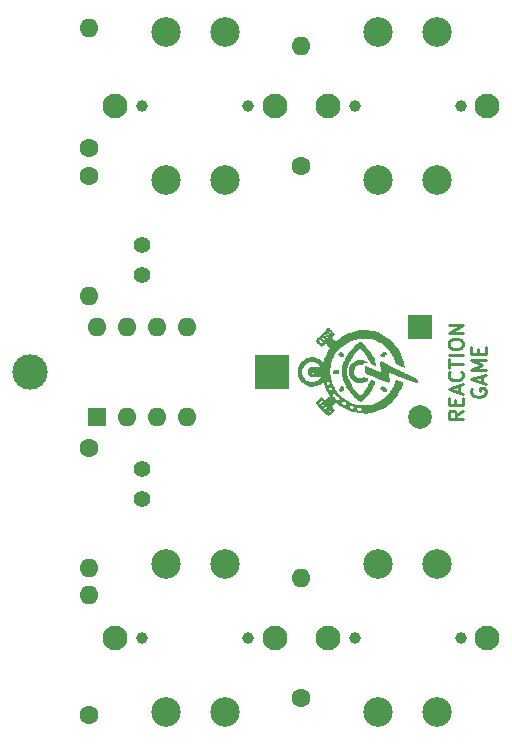
<source format=gbr>
%TF.GenerationSoftware,KiCad,Pcbnew,8.0.6-8.0.6-0~ubuntu20.04.1*%
%TF.CreationDate,2024-11-17T18:25:06+01:00*%
%TF.ProjectId,reaktor51_game,7265616b-746f-4723-9531-5f67616d652e,1*%
%TF.SameCoordinates,Original*%
%TF.FileFunction,Soldermask,Top*%
%TF.FilePolarity,Negative*%
%FSLAX46Y46*%
G04 Gerber Fmt 4.6, Leading zero omitted, Abs format (unit mm)*
G04 Created by KiCad (PCBNEW 8.0.6-8.0.6-0~ubuntu20.04.1) date 2024-11-17 18:25:06*
%MOMM*%
%LPD*%
G01*
G04 APERTURE LIST*
%ADD10C,0.220000*%
%ADD11C,0.000000*%
%ADD12C,1.600000*%
%ADD13O,1.600000X1.600000*%
%ADD14R,1.600000X1.600000*%
%ADD15C,1.400000*%
%ADD16R,3.000000X3.000000*%
%ADD17C,3.000000*%
%ADD18C,1.000000*%
%ADD19C,2.500000*%
%ADD20C,2.100000*%
%ADD21R,2.000000X2.000000*%
%ADD22C,2.000000*%
G04 APERTURE END LIST*
D10*
X168659769Y-100785714D02*
X168088341Y-101185714D01*
X168659769Y-101471428D02*
X167459769Y-101471428D01*
X167459769Y-101471428D02*
X167459769Y-101014285D01*
X167459769Y-101014285D02*
X167516912Y-100900000D01*
X167516912Y-100900000D02*
X167574055Y-100842857D01*
X167574055Y-100842857D02*
X167688341Y-100785714D01*
X167688341Y-100785714D02*
X167859769Y-100785714D01*
X167859769Y-100785714D02*
X167974055Y-100842857D01*
X167974055Y-100842857D02*
X168031198Y-100900000D01*
X168031198Y-100900000D02*
X168088341Y-101014285D01*
X168088341Y-101014285D02*
X168088341Y-101471428D01*
X168031198Y-100271428D02*
X168031198Y-99871428D01*
X168659769Y-99700000D02*
X168659769Y-100271428D01*
X168659769Y-100271428D02*
X167459769Y-100271428D01*
X167459769Y-100271428D02*
X167459769Y-99700000D01*
X168316912Y-99242857D02*
X168316912Y-98671429D01*
X168659769Y-99357143D02*
X167459769Y-98957143D01*
X167459769Y-98957143D02*
X168659769Y-98557143D01*
X168545484Y-97471429D02*
X168602627Y-97528572D01*
X168602627Y-97528572D02*
X168659769Y-97700000D01*
X168659769Y-97700000D02*
X168659769Y-97814286D01*
X168659769Y-97814286D02*
X168602627Y-97985715D01*
X168602627Y-97985715D02*
X168488341Y-98100000D01*
X168488341Y-98100000D02*
X168374055Y-98157143D01*
X168374055Y-98157143D02*
X168145484Y-98214286D01*
X168145484Y-98214286D02*
X167974055Y-98214286D01*
X167974055Y-98214286D02*
X167745484Y-98157143D01*
X167745484Y-98157143D02*
X167631198Y-98100000D01*
X167631198Y-98100000D02*
X167516912Y-97985715D01*
X167516912Y-97985715D02*
X167459769Y-97814286D01*
X167459769Y-97814286D02*
X167459769Y-97700000D01*
X167459769Y-97700000D02*
X167516912Y-97528572D01*
X167516912Y-97528572D02*
X167574055Y-97471429D01*
X167459769Y-97128572D02*
X167459769Y-96442858D01*
X168659769Y-96785715D02*
X167459769Y-96785715D01*
X168659769Y-96042857D02*
X167459769Y-96042857D01*
X167459769Y-95242857D02*
X167459769Y-95014285D01*
X167459769Y-95014285D02*
X167516912Y-94900000D01*
X167516912Y-94900000D02*
X167631198Y-94785714D01*
X167631198Y-94785714D02*
X167859769Y-94728571D01*
X167859769Y-94728571D02*
X168259769Y-94728571D01*
X168259769Y-94728571D02*
X168488341Y-94785714D01*
X168488341Y-94785714D02*
X168602627Y-94900000D01*
X168602627Y-94900000D02*
X168659769Y-95014285D01*
X168659769Y-95014285D02*
X168659769Y-95242857D01*
X168659769Y-95242857D02*
X168602627Y-95357143D01*
X168602627Y-95357143D02*
X168488341Y-95471428D01*
X168488341Y-95471428D02*
X168259769Y-95528571D01*
X168259769Y-95528571D02*
X167859769Y-95528571D01*
X167859769Y-95528571D02*
X167631198Y-95471428D01*
X167631198Y-95471428D02*
X167516912Y-95357143D01*
X167516912Y-95357143D02*
X167459769Y-95242857D01*
X168659769Y-94214285D02*
X167459769Y-94214285D01*
X167459769Y-94214285D02*
X168659769Y-93528571D01*
X168659769Y-93528571D02*
X167459769Y-93528571D01*
X169448845Y-98928571D02*
X169391702Y-99042857D01*
X169391702Y-99042857D02*
X169391702Y-99214285D01*
X169391702Y-99214285D02*
X169448845Y-99385714D01*
X169448845Y-99385714D02*
X169563131Y-99499999D01*
X169563131Y-99499999D02*
X169677417Y-99557142D01*
X169677417Y-99557142D02*
X169905988Y-99614285D01*
X169905988Y-99614285D02*
X170077417Y-99614285D01*
X170077417Y-99614285D02*
X170305988Y-99557142D01*
X170305988Y-99557142D02*
X170420274Y-99499999D01*
X170420274Y-99499999D02*
X170534560Y-99385714D01*
X170534560Y-99385714D02*
X170591702Y-99214285D01*
X170591702Y-99214285D02*
X170591702Y-99099999D01*
X170591702Y-99099999D02*
X170534560Y-98928571D01*
X170534560Y-98928571D02*
X170477417Y-98871428D01*
X170477417Y-98871428D02*
X170077417Y-98871428D01*
X170077417Y-98871428D02*
X170077417Y-99099999D01*
X170248845Y-98414285D02*
X170248845Y-97842857D01*
X170591702Y-98528571D02*
X169391702Y-98128571D01*
X169391702Y-98128571D02*
X170591702Y-97728571D01*
X170591702Y-97328571D02*
X169391702Y-97328571D01*
X169391702Y-97328571D02*
X170248845Y-96928571D01*
X170248845Y-96928571D02*
X169391702Y-96528571D01*
X169391702Y-96528571D02*
X170591702Y-96528571D01*
X169963131Y-95957142D02*
X169963131Y-95557142D01*
X170591702Y-95385714D02*
X170591702Y-95957142D01*
X170591702Y-95957142D02*
X169391702Y-95957142D01*
X169391702Y-95957142D02*
X169391702Y-95385714D01*
D11*
%TO.C,G\u002A\u002A\u002A*%
G36*
X161823540Y-96593737D02*
G01*
X161856649Y-96607357D01*
X161909384Y-96635053D01*
X161973751Y-96672438D01*
X162025260Y-96704458D01*
X162078677Y-96737523D01*
X162141552Y-96774181D01*
X162216225Y-96815638D01*
X162305042Y-96863100D01*
X162410345Y-96917773D01*
X162534476Y-96980860D01*
X162679779Y-97053569D01*
X162848598Y-97137103D01*
X163043274Y-97232669D01*
X163216089Y-97317074D01*
X163330895Y-97373154D01*
X163437630Y-97425491D01*
X163532179Y-97472052D01*
X163610427Y-97510803D01*
X163668258Y-97539711D01*
X163701556Y-97556742D01*
X163706148Y-97559232D01*
X163740374Y-97577407D01*
X163798938Y-97607268D01*
X163876257Y-97646066D01*
X163966745Y-97691051D01*
X164064815Y-97739473D01*
X164164885Y-97788584D01*
X164261367Y-97835632D01*
X164348677Y-97877870D01*
X164421230Y-97912546D01*
X164471607Y-97936075D01*
X164589874Y-97993264D01*
X164691795Y-98048910D01*
X164773567Y-98100617D01*
X164831388Y-98145994D01*
X164860625Y-98180967D01*
X164884650Y-98252890D01*
X164877028Y-98315021D01*
X164837682Y-98367928D01*
X164834500Y-98370662D01*
X164794882Y-98398170D01*
X164754221Y-98410431D01*
X164704452Y-98407531D01*
X164637511Y-98389556D01*
X164590433Y-98373269D01*
X164538130Y-98354400D01*
X164462048Y-98326992D01*
X164369679Y-98293740D01*
X164268510Y-98257340D01*
X164179594Y-98225365D01*
X164073111Y-98186910D01*
X163965425Y-98147717D01*
X163865112Y-98110929D01*
X163780747Y-98079688D01*
X163731066Y-98061015D01*
X163643086Y-98027952D01*
X163545268Y-97991792D01*
X163456104Y-97959359D01*
X163440353Y-97953712D01*
X163368429Y-97927871D01*
X163277057Y-97894839D01*
X163177982Y-97858871D01*
X163083192Y-97824310D01*
X162913233Y-97762562D01*
X162764553Y-97709331D01*
X162638783Y-97665175D01*
X162537558Y-97630652D01*
X162462511Y-97606317D01*
X162415277Y-97592730D01*
X162397557Y-97590365D01*
X162397795Y-97608386D01*
X162403090Y-97653868D01*
X162412696Y-97721559D01*
X162425870Y-97806207D01*
X162441776Y-97902035D01*
X162458360Y-98001537D01*
X162472740Y-98092346D01*
X162484005Y-98168344D01*
X162491246Y-98223411D01*
X162493570Y-98250426D01*
X162481465Y-98296902D01*
X162451289Y-98343814D01*
X162411933Y-98380664D01*
X162372288Y-98396956D01*
X162369373Y-98397057D01*
X162329528Y-98390042D01*
X162260684Y-98369274D01*
X162163895Y-98335164D01*
X162040214Y-98288125D01*
X161890695Y-98228571D01*
X161716392Y-98156913D01*
X161518359Y-98073565D01*
X161297649Y-97978939D01*
X161256906Y-97961309D01*
X161185669Y-97931490D01*
X161112660Y-97902591D01*
X161057560Y-97882253D01*
X160996736Y-97859814D01*
X160920050Y-97829479D01*
X160833538Y-97793867D01*
X160743238Y-97755595D01*
X160655184Y-97717281D01*
X160575413Y-97681541D01*
X160509962Y-97650994D01*
X160464867Y-97628255D01*
X160448184Y-97618023D01*
X160430952Y-97589695D01*
X160412527Y-97536076D01*
X160394379Y-97464989D01*
X160377980Y-97384261D01*
X160364800Y-97301715D01*
X160356310Y-97225178D01*
X160353981Y-97162475D01*
X160356718Y-97131461D01*
X160378995Y-97070950D01*
X160416968Y-97021133D01*
X160462812Y-96990565D01*
X160490661Y-96985023D01*
X160518468Y-96992287D01*
X160570253Y-97012476D01*
X160640515Y-97043192D01*
X160723755Y-97082031D01*
X160811238Y-97124968D01*
X160965014Y-97201744D01*
X161095440Y-97265818D01*
X161201313Y-97316620D01*
X161281426Y-97353583D01*
X161334577Y-97376137D01*
X161359490Y-97383715D01*
X161380445Y-97389650D01*
X161424967Y-97405693D01*
X161485941Y-97429198D01*
X161538260Y-97450164D01*
X161607341Y-97477586D01*
X161665763Y-97499503D01*
X161706237Y-97513256D01*
X161720375Y-97516612D01*
X161729618Y-97505239D01*
X161732187Y-97468817D01*
X161728251Y-97403892D01*
X161726765Y-97387868D01*
X161710589Y-97219569D01*
X161697470Y-97081167D01*
X161687208Y-96969496D01*
X161679601Y-96881390D01*
X161674448Y-96813681D01*
X161671548Y-96763203D01*
X161670700Y-96726789D01*
X161671702Y-96701273D01*
X161674355Y-96683488D01*
X161678456Y-96670267D01*
X161680839Y-96664700D01*
X161719235Y-96615824D01*
X161773772Y-96591788D01*
X161823540Y-96593737D01*
G37*
G36*
X157328804Y-93785776D02*
G01*
X157378750Y-93808056D01*
X157405369Y-93829247D01*
X157450640Y-93868907D01*
X157509384Y-93922354D01*
X157576423Y-93984904D01*
X157618242Y-94024633D01*
X157701078Y-94104613D01*
X157760709Y-94166727D01*
X157797961Y-94216053D01*
X157813662Y-94257668D01*
X157808638Y-94296648D01*
X157783716Y-94338070D01*
X157739721Y-94387012D01*
X157685920Y-94440299D01*
X157557474Y-94565867D01*
X157637721Y-94641665D01*
X157688442Y-94691358D01*
X157749480Y-94753730D01*
X157809024Y-94816677D01*
X157818718Y-94827185D01*
X157919468Y-94936907D01*
X157958603Y-94879794D01*
X158000166Y-94833308D01*
X158067603Y-94775202D01*
X158156805Y-94708169D01*
X158263665Y-94634900D01*
X158384072Y-94558090D01*
X158513920Y-94480431D01*
X158649098Y-94404617D01*
X158785498Y-94333340D01*
X158813865Y-94319224D01*
X159080809Y-94198244D01*
X159338844Y-94104262D01*
X159595643Y-94035487D01*
X159858882Y-93990128D01*
X160136234Y-93966393D01*
X160345683Y-93961686D01*
X160640605Y-93973560D01*
X160922838Y-94009781D01*
X161195635Y-94071526D01*
X161462249Y-94159974D01*
X161725934Y-94276304D01*
X161989943Y-94421693D01*
X162257529Y-94597320D01*
X162410399Y-94709506D01*
X162653682Y-94915279D01*
X162875807Y-95146260D01*
X163076131Y-95401523D01*
X163254011Y-95680142D01*
X163408805Y-95981191D01*
X163539870Y-96303745D01*
X163563051Y-96370373D01*
X163605352Y-96502614D01*
X163644321Y-96638324D01*
X163678500Y-96771250D01*
X163706431Y-96895137D01*
X163726657Y-97003734D01*
X163737721Y-97090785D01*
X163739372Y-97126881D01*
X163739372Y-97197722D01*
X163369751Y-97010538D01*
X163000131Y-96823354D01*
X162941501Y-96650853D01*
X162825552Y-96360996D01*
X162678935Y-96082365D01*
X162502895Y-95816944D01*
X162298678Y-95566714D01*
X162186135Y-95447657D01*
X161965703Y-95248369D01*
X161727106Y-95076733D01*
X161470076Y-94932606D01*
X161194342Y-94815840D01*
X160899636Y-94726291D01*
X160810644Y-94705405D01*
X160744763Y-94691931D01*
X160683003Y-94682098D01*
X160618153Y-94675378D01*
X160543004Y-94671243D01*
X160450344Y-94669163D01*
X160332965Y-94668611D01*
X160308960Y-94668632D01*
X160161172Y-94670093D01*
X160037847Y-94674921D01*
X159930283Y-94684507D01*
X159829777Y-94700244D01*
X159727627Y-94723522D01*
X159615130Y-94755735D01*
X159483584Y-94798275D01*
X159470046Y-94802814D01*
X159214252Y-94899802D01*
X158971526Y-95015575D01*
X158731142Y-95155428D01*
X158653313Y-95205898D01*
X158412826Y-95380203D01*
X158202714Y-95564541D01*
X158020978Y-95761483D01*
X157865617Y-95973603D01*
X157734630Y-96203471D01*
X157626018Y-96453659D01*
X157579751Y-96586331D01*
X157537122Y-96727060D01*
X157535712Y-96732708D01*
X157504606Y-96857308D01*
X157481105Y-96985120D01*
X157465525Y-97118540D01*
X157456768Y-97265612D01*
X157453738Y-97434380D01*
X157453884Y-97509774D01*
X157454953Y-97630360D01*
X157456840Y-97724474D01*
X157460151Y-97798868D01*
X157465490Y-97860292D01*
X157473460Y-97915498D01*
X157484667Y-97971238D01*
X157499714Y-98034263D01*
X157501454Y-98041233D01*
X157554991Y-98235163D01*
X157614855Y-98410170D01*
X157686287Y-98580538D01*
X157741662Y-98696076D01*
X157806118Y-98822777D01*
X157863524Y-98928971D01*
X157918262Y-99020564D01*
X157974712Y-99103457D01*
X158037256Y-99183555D01*
X158110276Y-99266763D01*
X158198154Y-99358983D01*
X158305271Y-99466119D01*
X158334497Y-99494873D01*
X158545723Y-99688336D01*
X158756006Y-99851697D01*
X158970106Y-99987584D01*
X159192786Y-100098625D01*
X159428808Y-100187449D01*
X159682934Y-100256684D01*
X159735840Y-100268303D01*
X159814202Y-100284386D01*
X159880937Y-100296378D01*
X159943317Y-100304873D01*
X160008617Y-100310465D01*
X160084109Y-100313747D01*
X160177065Y-100315312D01*
X160294759Y-100315756D01*
X160317266Y-100315762D01*
X160461653Y-100314939D01*
X160580071Y-100311822D01*
X160679751Y-100305442D01*
X160767922Y-100294830D01*
X160851814Y-100279017D01*
X160938657Y-100257031D01*
X161035680Y-100227904D01*
X161081197Y-100213311D01*
X161282615Y-100137747D01*
X161487160Y-100042190D01*
X161686537Y-99931393D01*
X161872446Y-99810111D01*
X162036592Y-99683101D01*
X162091517Y-99634340D01*
X162159048Y-99566851D01*
X162239539Y-99478607D01*
X162327392Y-99376409D01*
X162417010Y-99267061D01*
X162502794Y-99157365D01*
X162579147Y-99054125D01*
X162631140Y-98978529D01*
X162685509Y-98889323D01*
X162744411Y-98781959D01*
X162803852Y-98664766D01*
X162859837Y-98546075D01*
X162908373Y-98434215D01*
X162945466Y-98337516D01*
X162959712Y-98293231D01*
X162981321Y-98227547D01*
X163001464Y-98182849D01*
X163017611Y-98164639D01*
X163018871Y-98164487D01*
X163044032Y-98170288D01*
X163090708Y-98185641D01*
X163149681Y-98207470D01*
X163161667Y-98212155D01*
X163232266Y-98238647D01*
X163320307Y-98269750D01*
X163411431Y-98300450D01*
X163453119Y-98313911D01*
X163523507Y-98337157D01*
X163581369Y-98358013D01*
X163619786Y-98373877D01*
X163631826Y-98381145D01*
X163631999Y-98405648D01*
X163621291Y-98454912D01*
X163601721Y-98523080D01*
X163575305Y-98604295D01*
X163544060Y-98692700D01*
X163510003Y-98782437D01*
X163475150Y-98867648D01*
X163441519Y-98942476D01*
X163431466Y-98963029D01*
X163296060Y-99218076D01*
X163159353Y-99444580D01*
X163018092Y-99647165D01*
X162869023Y-99830457D01*
X162708891Y-99999077D01*
X162688325Y-100018979D01*
X162482112Y-100205377D01*
X162275289Y-100368094D01*
X162060864Y-100511557D01*
X161831845Y-100640191D01*
X161581239Y-100758421D01*
X161405363Y-100831040D01*
X161249320Y-100888219D01*
X161103587Y-100931624D01*
X160954751Y-100964611D01*
X160789399Y-100990539D01*
X160746472Y-100995998D01*
X160450229Y-101018454D01*
X160149265Y-101014822D01*
X159989971Y-100999443D01*
X159849706Y-100985901D01*
X159557680Y-100932491D01*
X159345824Y-100873811D01*
X159279314Y-100855389D01*
X159071354Y-100777519D01*
X158912432Y-100706193D01*
X158762804Y-100632321D01*
X159696371Y-100632321D01*
X159699176Y-100676918D01*
X159717109Y-100705439D01*
X159750157Y-100728182D01*
X159816684Y-100753421D01*
X159910599Y-100767672D01*
X159924585Y-100768664D01*
X159989971Y-100771357D01*
X160032845Y-100768142D01*
X160063670Y-100757190D01*
X160088849Y-100739926D01*
X160123552Y-100707509D01*
X160132685Y-100679237D01*
X160119665Y-100643020D01*
X160117428Y-100638779D01*
X160091109Y-100609186D01*
X160050740Y-100581201D01*
X160048428Y-100579983D01*
X160006425Y-100565850D01*
X159946122Y-100554504D01*
X159877546Y-100546749D01*
X159810728Y-100543387D01*
X159755695Y-100545220D01*
X159722478Y-100553052D01*
X159721290Y-100553804D01*
X159705793Y-100579583D01*
X159696915Y-100623006D01*
X159696371Y-100632321D01*
X158762804Y-100632321D01*
X158749503Y-100625754D01*
X158634751Y-100564407D01*
X158587643Y-100539223D01*
X158446777Y-100458164D01*
X159073922Y-100458164D01*
X159084330Y-100497150D01*
X159116953Y-100536461D01*
X159173079Y-100573302D01*
X159243108Y-100602381D01*
X159300215Y-100616115D01*
X159345824Y-100620140D01*
X159373440Y-100610445D01*
X159393655Y-100587484D01*
X159416152Y-100535578D01*
X159407497Y-100485352D01*
X159366946Y-100434373D01*
X159339995Y-100411977D01*
X159290819Y-100378542D01*
X159244913Y-100353768D01*
X159225530Y-100346589D01*
X159164696Y-100344576D01*
X159115198Y-100366714D01*
X159082965Y-100406683D01*
X159073922Y-100458164D01*
X158446777Y-100458164D01*
X158431929Y-100449620D01*
X158287436Y-100359967D01*
X158159241Y-100273285D01*
X158138110Y-100257323D01*
X158052422Y-100192595D01*
X157978058Y-100126907D01*
X157946164Y-100095494D01*
X158413285Y-100095494D01*
X158418270Y-100142332D01*
X158455504Y-100191742D01*
X158493146Y-100222918D01*
X158565718Y-100263066D01*
X158634751Y-100276783D01*
X158694732Y-100263944D01*
X158737199Y-100228548D01*
X158767054Y-100171345D01*
X158764953Y-100120972D01*
X158734731Y-100078574D01*
X158678798Y-100038634D01*
X158613448Y-100010206D01*
X158551511Y-99998058D01*
X158523518Y-100000051D01*
X158478622Y-100019722D01*
X158440146Y-100049909D01*
X158413285Y-100095494D01*
X157946164Y-100095494D01*
X157916808Y-100066580D01*
X157735910Y-100246126D01*
X157555011Y-100425672D01*
X157594706Y-100452582D01*
X157644309Y-100493137D01*
X157697322Y-100547219D01*
X157745628Y-100605365D01*
X157781113Y-100658111D01*
X157793112Y-100683940D01*
X157802048Y-100733785D01*
X157788731Y-100779718D01*
X157785743Y-100785665D01*
X157761271Y-100819724D01*
X157717099Y-100869271D01*
X157659183Y-100928686D01*
X157593476Y-100992343D01*
X157525933Y-101054620D01*
X157462509Y-101109895D01*
X157409158Y-101152544D01*
X157371834Y-101176943D01*
X157370967Y-101177361D01*
X157339248Y-101192075D01*
X157311542Y-101202021D01*
X157306013Y-101202696D01*
X157285029Y-101205259D01*
X157256888Y-101199845D01*
X157224298Y-101183838D01*
X157184438Y-101155297D01*
X157136034Y-101113610D01*
X157134488Y-101112279D01*
X157071626Y-101052843D01*
X156999697Y-100981645D01*
X157280101Y-100981645D01*
X157287994Y-101005663D01*
X157291364Y-101009323D01*
X157306013Y-101013335D01*
X157329948Y-101000828D01*
X157367070Y-100968907D01*
X157421281Y-100914677D01*
X157427133Y-100908601D01*
X157487696Y-100842462D01*
X157524717Y-100793119D01*
X157540289Y-100756233D01*
X157536503Y-100727462D01*
X157523100Y-100709470D01*
X157500350Y-100692062D01*
X157492776Y-100689536D01*
X157485111Y-100695435D01*
X157476685Y-100701920D01*
X157447002Y-100734351D01*
X157409311Y-100779744D01*
X157369197Y-100831014D01*
X157332246Y-100881079D01*
X157304044Y-100922852D01*
X157292277Y-100943846D01*
X157280101Y-100981645D01*
X156999697Y-100981645D01*
X156993031Y-100975047D01*
X156971790Y-100953598D01*
X156895883Y-100876949D01*
X156838807Y-100818998D01*
X157113378Y-100818998D01*
X157120744Y-100836961D01*
X157136034Y-100845052D01*
X157161170Y-100837587D01*
X157200970Y-100801220D01*
X157243451Y-100751309D01*
X157293810Y-100684476D01*
X157320718Y-100639043D01*
X157324839Y-100613558D01*
X157309709Y-100606475D01*
X157293720Y-100612412D01*
X157268826Y-100632626D01*
X157231232Y-100670723D01*
X157177145Y-100730309D01*
X157165108Y-100743885D01*
X157127644Y-100789790D01*
X157113378Y-100818998D01*
X156838807Y-100818998D01*
X156814452Y-100794269D01*
X156768450Y-100747497D01*
X156686356Y-100664029D01*
X156646152Y-100622948D01*
X156906898Y-100622948D01*
X156920552Y-100640840D01*
X156926047Y-100645890D01*
X156955272Y-100666953D01*
X156971790Y-100672924D01*
X156990758Y-100661455D01*
X157024860Y-100631502D01*
X157067535Y-100589744D01*
X157112224Y-100542863D01*
X157152366Y-100497538D01*
X157181402Y-100460449D01*
X157183560Y-100457275D01*
X157203923Y-100416607D01*
X157197779Y-100388061D01*
X157171638Y-100366785D01*
X157153008Y-100361292D01*
X157131239Y-100371010D01*
X157100398Y-100400023D01*
X157064795Y-100440353D01*
X157018329Y-100493441D01*
X156973316Y-100542632D01*
X156941499Y-100575288D01*
X156913078Y-100604761D01*
X156906898Y-100622948D01*
X156646152Y-100622948D01*
X156579654Y-100555000D01*
X156543131Y-100517268D01*
X156492346Y-100464803D01*
X156422433Y-100391055D01*
X156420579Y-100389025D01*
X156722797Y-100389025D01*
X156722986Y-100406133D01*
X156728276Y-100414517D01*
X156754491Y-100435971D01*
X156768450Y-100440256D01*
X156788120Y-100429522D01*
X156825303Y-100400817D01*
X156873612Y-100359248D01*
X156900925Y-100334323D01*
X156965283Y-100269155D01*
X157001022Y-100219776D01*
X157008400Y-100185539D01*
X156987676Y-100165799D01*
X156969745Y-100161543D01*
X156939574Y-100171027D01*
X156892220Y-100206195D01*
X156826733Y-100267760D01*
X156821762Y-100272757D01*
X156768858Y-100327383D01*
X156736979Y-100364457D01*
X156722797Y-100389025D01*
X156420579Y-100389025D01*
X156367917Y-100331376D01*
X156326797Y-100283384D01*
X156297076Y-100244700D01*
X156276753Y-100212941D01*
X156263829Y-100185726D01*
X156261685Y-100178588D01*
X156479856Y-100178588D01*
X156493261Y-100194388D01*
X156522105Y-100211133D01*
X156543131Y-100218412D01*
X156563155Y-100216422D01*
X156588136Y-100201558D01*
X156624030Y-100170219D01*
X156676798Y-100118801D01*
X156679921Y-100115703D01*
X156729296Y-100064856D01*
X156768149Y-100021326D01*
X156791295Y-99991116D01*
X156795487Y-99981845D01*
X156783925Y-99956080D01*
X156770569Y-99941988D01*
X156744316Y-99929821D01*
X156716579Y-99943118D01*
X156684595Y-99969846D01*
X156641705Y-100009211D01*
X156594119Y-100055035D01*
X156548051Y-100101137D01*
X156509712Y-100141340D01*
X156485314Y-100169463D01*
X156479856Y-100178588D01*
X156261685Y-100178588D01*
X156256306Y-100160675D01*
X156252184Y-100135406D01*
X156250877Y-100123032D01*
X156242840Y-100039391D01*
X156431950Y-99850650D01*
X156507825Y-99777140D01*
X156573949Y-99717420D01*
X156626439Y-99674794D01*
X156661411Y-99652565D01*
X156667065Y-99650557D01*
X156713799Y-99647333D01*
X156763595Y-99662499D01*
X156821348Y-99698639D01*
X156891953Y-99758341D01*
X156918876Y-99783624D01*
X157027956Y-99887978D01*
X157140448Y-99777933D01*
X157202275Y-99716659D01*
X157266440Y-99651789D01*
X157321357Y-99595066D01*
X157333017Y-99582755D01*
X157413095Y-99497622D01*
X157354781Y-99421226D01*
X157354741Y-99421166D01*
X157650593Y-99421166D01*
X157659089Y-99463500D01*
X157660440Y-99468542D01*
X157674425Y-99503727D01*
X157700262Y-99543088D01*
X157741938Y-99591532D01*
X157803442Y-99653966D01*
X157839136Y-99688396D01*
X157936911Y-99777387D01*
X158017664Y-99840664D01*
X158083896Y-99879397D01*
X158138110Y-99894753D01*
X158182807Y-99887903D01*
X158216173Y-99864514D01*
X158238070Y-99821839D01*
X158229034Y-99769776D01*
X158189577Y-99709666D01*
X158137229Y-99657368D01*
X158088516Y-99613671D01*
X158046501Y-99574476D01*
X158021359Y-99549389D01*
X157951873Y-99473778D01*
X157900345Y-99419401D01*
X157862537Y-99382770D01*
X157834207Y-99360400D01*
X157811117Y-99348804D01*
X157789026Y-99344497D01*
X157771512Y-99343950D01*
X157720769Y-99352174D01*
X157678854Y-99372059D01*
X157677657Y-99373022D01*
X157655976Y-99395480D01*
X157650593Y-99421166D01*
X157354741Y-99421166D01*
X157319710Y-99368813D01*
X157299401Y-99334068D01*
X157275140Y-99292561D01*
X157224479Y-99199250D01*
X157171134Y-99095657D01*
X157118512Y-98988560D01*
X157090845Y-98929323D01*
X157310464Y-98929323D01*
X157321442Y-98951341D01*
X157349664Y-98986768D01*
X157374959Y-99013661D01*
X157432907Y-99060556D01*
X157485111Y-99076795D01*
X157536562Y-99063166D01*
X157565713Y-99043726D01*
X157601875Y-99000056D01*
X157606408Y-98948978D01*
X157590927Y-98906789D01*
X157546747Y-98848541D01*
X157491794Y-98818526D01*
X157432026Y-98817922D01*
X157373401Y-98847908D01*
X157359023Y-98860920D01*
X157328440Y-98895961D01*
X157311600Y-98923924D01*
X157310464Y-98929323D01*
X157090845Y-98929323D01*
X157070021Y-98884736D01*
X157029068Y-98790964D01*
X156999059Y-98714021D01*
X156998590Y-98712688D01*
X156970923Y-98627939D01*
X156943769Y-98534842D01*
X156923307Y-98455103D01*
X157161699Y-98455103D01*
X157176142Y-98509871D01*
X157197075Y-98541343D01*
X157246621Y-98574689D01*
X157299401Y-98576024D01*
X157351026Y-98545675D01*
X157367130Y-98528680D01*
X157397950Y-98488546D01*
X157407806Y-98458456D01*
X157398606Y-98424354D01*
X157385047Y-98396725D01*
X157343371Y-98343397D01*
X157292021Y-98321060D01*
X157235150Y-98330496D01*
X157190026Y-98360066D01*
X157166158Y-98400816D01*
X157161699Y-98455103D01*
X156923307Y-98455103D01*
X156922478Y-98451872D01*
X156920408Y-98442740D01*
X156906241Y-98382671D01*
X156894020Y-98337563D01*
X156885892Y-98315152D01*
X156884679Y-98313996D01*
X156870504Y-98325334D01*
X156842691Y-98354090D01*
X156826292Y-98372356D01*
X156751892Y-98442129D01*
X156652972Y-98513231D01*
X156537749Y-98581304D01*
X156414437Y-98641992D01*
X156291251Y-98690937D01*
X156176406Y-98723781D01*
X156156023Y-98727875D01*
X155971301Y-98746000D01*
X155903920Y-98742110D01*
X155780418Y-98734981D01*
X155590432Y-98696152D01*
X155408399Y-98630852D01*
X155273759Y-98560763D01*
X155125606Y-98453266D01*
X154990691Y-98320336D01*
X154873880Y-98168398D01*
X154780040Y-98003875D01*
X154714039Y-97833191D01*
X154708969Y-97815347D01*
X154693590Y-97735642D01*
X154683353Y-97634065D01*
X154678402Y-97521029D01*
X154678531Y-97490488D01*
X155067041Y-97490488D01*
X155080589Y-97657534D01*
X155124240Y-97814033D01*
X155196903Y-97957502D01*
X155297490Y-98085455D01*
X155424912Y-98195407D01*
X155488829Y-98237222D01*
X155616102Y-98296532D01*
X155756554Y-98332602D01*
X155903920Y-98345973D01*
X156051934Y-98337187D01*
X156194331Y-98306785D01*
X156324846Y-98255309D01*
X156437213Y-98183300D01*
X156472218Y-98152257D01*
X156515039Y-98106004D01*
X156557514Y-98052423D01*
X156594868Y-97998649D01*
X156622325Y-97951819D01*
X156635111Y-97919070D01*
X156634357Y-97909941D01*
X156614364Y-97904912D01*
X156562606Y-97901616D01*
X156480502Y-97900073D01*
X156369466Y-97900303D01*
X156230915Y-97902327D01*
X156178330Y-97903415D01*
X155948942Y-97908472D01*
X155732411Y-97913246D01*
X155683717Y-97872272D01*
X155636240Y-97818731D01*
X155603130Y-97747894D01*
X155583100Y-97655374D01*
X155577672Y-97577232D01*
X155820360Y-97577232D01*
X155822307Y-97594459D01*
X155831648Y-97607578D01*
X155863065Y-97624825D01*
X155922367Y-97632404D01*
X155948942Y-97632897D01*
X156024347Y-97630226D01*
X156070821Y-97621351D01*
X156092293Y-97604977D01*
X156094013Y-97585124D01*
X156085521Y-97571134D01*
X156062581Y-97562991D01*
X156018600Y-97559398D01*
X155960883Y-97558944D01*
X155885897Y-97560886D01*
X155840306Y-97566512D01*
X155820360Y-97577232D01*
X155577672Y-97577232D01*
X155574862Y-97536783D01*
X155574493Y-97500000D01*
X155579719Y-97374204D01*
X155596293Y-97275539D01*
X155625563Y-97199453D01*
X155668876Y-97141393D01*
X155684940Y-97126699D01*
X155734858Y-97084696D01*
X156190418Y-97084696D01*
X156309556Y-97084339D01*
X156417065Y-97083331D01*
X156508696Y-97081767D01*
X156580204Y-97079743D01*
X156627340Y-97077354D01*
X156645859Y-97074697D01*
X156645978Y-97074463D01*
X156635287Y-97050688D01*
X156606916Y-97009938D01*
X156566419Y-96958985D01*
X156519351Y-96904603D01*
X156471264Y-96853567D01*
X156440775Y-96824190D01*
X156347319Y-96753573D01*
X156241948Y-96703599D01*
X156118510Y-96672048D01*
X155978069Y-96657069D01*
X155895212Y-96653955D01*
X155831754Y-96656089D01*
X155774075Y-96665033D01*
X155708555Y-96682352D01*
X155678849Y-96691429D01*
X155532217Y-96752162D01*
X155399151Y-96836739D01*
X155283629Y-96940979D01*
X155189632Y-97060704D01*
X155121140Y-97191735D01*
X155084685Y-97315381D01*
X155067041Y-97490488D01*
X154678531Y-97490488D01*
X154678882Y-97406947D01*
X154684938Y-97302232D01*
X154696716Y-97217296D01*
X154700417Y-97200981D01*
X154762085Y-97022202D01*
X154853016Y-96853387D01*
X154969880Y-96698070D01*
X155109345Y-96559781D01*
X155268080Y-96442053D01*
X155442752Y-96348417D01*
X155541269Y-96309552D01*
X155597093Y-96291091D01*
X155645363Y-96278340D01*
X155694456Y-96270279D01*
X155752750Y-96265885D01*
X155828625Y-96264136D01*
X155915042Y-96263970D01*
X156013581Y-96264743D01*
X156087355Y-96267241D01*
X156144821Y-96272511D01*
X156194432Y-96281596D01*
X156244643Y-96295542D01*
X156288816Y-96310177D01*
X156420415Y-96362170D01*
X156538129Y-96424718D01*
X156651116Y-96503613D01*
X156768533Y-96604645D01*
X156797377Y-96631861D01*
X156874021Y-96705214D01*
X156911121Y-96550253D01*
X156949631Y-96412683D01*
X157001153Y-96263129D01*
X157062482Y-96108660D01*
X157130414Y-95956347D01*
X157201746Y-95813261D01*
X157273275Y-95686473D01*
X157341796Y-95583054D01*
X157360301Y-95558878D01*
X157435055Y-95465010D01*
X157331684Y-95360937D01*
X157241587Y-95270228D01*
X157178633Y-95206846D01*
X157048119Y-95075446D01*
X156981126Y-95138410D01*
X156911574Y-95203780D01*
X156844090Y-95266814D01*
X156795505Y-95310034D01*
X156760580Y-95336458D01*
X156754088Y-95339554D01*
X156734075Y-95349100D01*
X156710753Y-95350979D01*
X156685373Y-95345110D01*
X156673043Y-95341127D01*
X156642665Y-95322582D01*
X156595983Y-95284027D01*
X156538184Y-95230795D01*
X156474453Y-95168216D01*
X156409976Y-95101620D01*
X156349939Y-95036337D01*
X156299529Y-94977698D01*
X156263931Y-94931033D01*
X156249594Y-94905883D01*
X156237554Y-94849378D01*
X156246002Y-94800539D01*
X156479856Y-94800539D01*
X156490322Y-94822161D01*
X156518620Y-94862042D01*
X156560103Y-94913977D01*
X156597657Y-94957770D01*
X156660365Y-95025594D01*
X156707188Y-95068441D01*
X156740997Y-95088760D01*
X156754088Y-95091236D01*
X156791104Y-95080642D01*
X156808545Y-95046005D01*
X156810788Y-95026198D01*
X156800536Y-95004361D01*
X156771996Y-94965765D01*
X156730366Y-94917150D01*
X156708273Y-94893301D01*
X156646471Y-94828940D01*
X156602361Y-94785866D01*
X156571231Y-94760828D01*
X156548372Y-94750578D01*
X156529073Y-94751866D01*
X156513370Y-94758838D01*
X156486775Y-94782417D01*
X156479856Y-94800539D01*
X156246002Y-94800539D01*
X156247151Y-94793895D01*
X156280630Y-94734265D01*
X156340232Y-94665317D01*
X156364450Y-94641160D01*
X156406085Y-94599900D01*
X156411362Y-94594579D01*
X156712426Y-94594579D01*
X156723602Y-94616535D01*
X156753165Y-94654625D01*
X156795167Y-94702635D01*
X156843660Y-94754351D01*
X156892696Y-94803560D01*
X156936328Y-94844048D01*
X156968607Y-94869602D01*
X156981126Y-94875278D01*
X156997631Y-94861639D01*
X157009913Y-94837901D01*
X157014665Y-94811736D01*
X157007130Y-94782948D01*
X156984274Y-94746985D01*
X156943061Y-94699295D01*
X156880457Y-94635326D01*
X156864085Y-94619179D01*
X156813746Y-94571237D01*
X156780311Y-94544291D01*
X156758164Y-94534911D01*
X156741689Y-94539667D01*
X156738223Y-94542305D01*
X156716421Y-94574818D01*
X156712426Y-94594579D01*
X156411362Y-94594579D01*
X156466431Y-94539049D01*
X156541194Y-94462990D01*
X156620236Y-94382087D01*
X156914114Y-94382087D01*
X156927640Y-94403632D01*
X156958841Y-94436923D01*
X157011047Y-94487157D01*
X157014582Y-94490503D01*
X157078804Y-94550467D01*
X157124332Y-94590276D01*
X157155997Y-94613235D01*
X157178633Y-94622649D01*
X157197071Y-94621823D01*
X157203494Y-94619701D01*
X157222000Y-94606711D01*
X157223404Y-94585522D01*
X157205827Y-94552379D01*
X157167394Y-94503524D01*
X157117334Y-94447285D01*
X157058862Y-94385856D01*
X157015782Y-94348117D01*
X156983030Y-94331575D01*
X156955546Y-94333738D01*
X156928267Y-94352113D01*
X156926774Y-94353453D01*
X156914935Y-94367093D01*
X156914114Y-94382087D01*
X156620236Y-94382087D01*
X156626081Y-94376104D01*
X156716799Y-94282773D01*
X156809054Y-94187380D01*
X156811182Y-94185174D01*
X156815878Y-94180335D01*
X157107050Y-94180335D01*
X157133504Y-94223161D01*
X157155515Y-94248906D01*
X157201053Y-94300340D01*
X157245104Y-94352667D01*
X157263131Y-94375228D01*
X157301425Y-94414348D01*
X157331684Y-94422074D01*
X157333583Y-94421433D01*
X157357297Y-94400318D01*
X157353432Y-94365090D01*
X157321619Y-94314887D01*
X157261489Y-94248849D01*
X157258159Y-94245538D01*
X157209538Y-94199691D01*
X157167941Y-94164676D01*
X157140101Y-94146006D01*
X157134548Y-94144343D01*
X157107302Y-94153582D01*
X157107050Y-94180335D01*
X156815878Y-94180335D01*
X156898834Y-94094862D01*
X156978496Y-94013841D01*
X157264048Y-94013841D01*
X157278891Y-94042255D01*
X157316331Y-94087412D01*
X157356148Y-94130053D01*
X157416166Y-94188727D01*
X157468040Y-94232115D01*
X157508859Y-94259044D01*
X157535712Y-94268344D01*
X157545688Y-94258842D01*
X157535877Y-94229366D01*
X157513854Y-94193551D01*
X157472101Y-94139904D01*
X157422689Y-94086877D01*
X157372540Y-94040806D01*
X157328576Y-94008023D01*
X157297719Y-93994863D01*
X157296700Y-93994833D01*
X157270439Y-93999068D01*
X157264048Y-94013841D01*
X156978496Y-94013841D01*
X156981052Y-94011241D01*
X157054458Y-93937662D01*
X157115671Y-93877476D01*
X157161312Y-93834036D01*
X157188004Y-93810693D01*
X157190505Y-93808904D01*
X157257912Y-93782632D01*
X157328804Y-93785776D01*
G37*
G36*
X161891835Y-98692990D02*
G01*
X161933228Y-98712787D01*
X161984845Y-98747929D01*
X162050611Y-98800541D01*
X162134450Y-98872750D01*
X162188281Y-98920340D01*
X162237870Y-98980380D01*
X162254430Y-99042835D01*
X162237892Y-99107363D01*
X162229044Y-99123033D01*
X162179459Y-99178105D01*
X162115525Y-99215412D01*
X162055354Y-99227665D01*
X162026943Y-99216974D01*
X161981060Y-99188361D01*
X161924103Y-99147014D01*
X161862469Y-99098123D01*
X161802555Y-99046879D01*
X161750758Y-98998469D01*
X161713475Y-98958084D01*
X161700860Y-98940093D01*
X161683416Y-98877389D01*
X161693575Y-98811750D01*
X161727935Y-98752192D01*
X161783096Y-98707729D01*
X161789754Y-98704399D01*
X161824022Y-98690922D01*
X161856741Y-98686411D01*
X161891835Y-98692990D01*
G37*
G36*
X162092160Y-95754680D02*
G01*
X162149884Y-95785612D01*
X162194456Y-95824743D01*
X162234688Y-95881989D01*
X162241779Y-95940589D01*
X162215753Y-96001264D01*
X162200870Y-96020718D01*
X162164345Y-96056911D01*
X162111107Y-96100868D01*
X162048106Y-96147833D01*
X161982292Y-96193047D01*
X161920613Y-96231755D01*
X161870018Y-96259199D01*
X161837458Y-96270620D01*
X161835707Y-96270700D01*
X161793847Y-96257943D01*
X161746039Y-96225720D01*
X161703350Y-96183101D01*
X161677535Y-96141036D01*
X161670211Y-96086517D01*
X161689515Y-96027257D01*
X161736846Y-95960527D01*
X161805904Y-95890599D01*
X161893957Y-95816285D01*
X161968289Y-95769323D01*
X162032992Y-95749020D01*
X162092160Y-95754680D01*
G37*
G36*
X160063899Y-94981741D02*
G01*
X160112610Y-94998479D01*
X160163664Y-95028755D01*
X160220368Y-95075029D01*
X160286025Y-95139760D01*
X160363939Y-95225410D01*
X160457416Y-95334438D01*
X160490300Y-95373643D01*
X160644545Y-95563395D01*
X160777962Y-95739628D01*
X160895485Y-95909802D01*
X161002048Y-96081378D01*
X161102585Y-96261816D01*
X161185739Y-96425181D01*
X161226089Y-96520707D01*
X161262017Y-96630352D01*
X161290533Y-96742677D01*
X161308647Y-96846242D01*
X161313636Y-96914421D01*
X161312101Y-96958744D01*
X161302950Y-96979015D01*
X161280270Y-96984360D01*
X161268313Y-96984398D01*
X161233389Y-96978011D01*
X161177258Y-96961376D01*
X161109213Y-96937411D01*
X161069925Y-96922103D01*
X160917222Y-96860432D01*
X160792516Y-96617154D01*
X160668061Y-96388003D01*
X160537905Y-96177041D01*
X160392865Y-95969412D01*
X160388406Y-95963375D01*
X160281569Y-95820516D01*
X160192700Y-95705166D01*
X160121568Y-95617037D01*
X160067939Y-95555844D01*
X160031581Y-95521298D01*
X160029111Y-95519460D01*
X159981833Y-95485395D01*
X159807681Y-95657936D01*
X159565866Y-95919007D01*
X159354739Y-96192695D01*
X159174182Y-96479171D01*
X159024077Y-96778608D01*
X158993732Y-96849611D01*
X158951593Y-96970347D01*
X158914336Y-97114133D01*
X158884248Y-97270895D01*
X158864963Y-97416939D01*
X158863664Y-97498861D01*
X158872541Y-97603360D01*
X158890016Y-97721939D01*
X158914511Y-97846102D01*
X158944446Y-97967350D01*
X158978242Y-98077186D01*
X158996926Y-98127236D01*
X159070869Y-98291149D01*
X159163963Y-98466563D01*
X159271908Y-98647223D01*
X159390405Y-98826873D01*
X159515154Y-98999255D01*
X159641857Y-99158112D01*
X159766214Y-99297188D01*
X159870314Y-99398262D01*
X159974508Y-99491075D01*
X160014390Y-99459704D01*
X160058159Y-99419830D01*
X160116222Y-99359132D01*
X160183361Y-99283672D01*
X160254358Y-99199518D01*
X160323994Y-99112735D01*
X160387051Y-99029387D01*
X160399813Y-99011707D01*
X160463297Y-98918691D01*
X160532410Y-98810390D01*
X160602854Y-98694188D01*
X160670336Y-98577472D01*
X160730558Y-98467627D01*
X160779226Y-98372040D01*
X160805624Y-98313996D01*
X160837543Y-98239504D01*
X160861868Y-98191668D01*
X160883507Y-98166362D01*
X160907370Y-98159459D01*
X160938364Y-98166833D01*
X160967023Y-98178319D01*
X161019850Y-98199994D01*
X161088933Y-98227684D01*
X161159519Y-98255477D01*
X161161013Y-98256059D01*
X161221506Y-98280178D01*
X161256803Y-98297569D01*
X161272723Y-98313422D01*
X161275085Y-98332921D01*
X161271197Y-98354288D01*
X161258061Y-98392848D01*
X161231246Y-98454818D01*
X161193554Y-98534763D01*
X161147789Y-98627245D01*
X161096752Y-98726829D01*
X161043248Y-98828078D01*
X160990079Y-98925556D01*
X160940049Y-99013825D01*
X160895960Y-99087450D01*
X160881235Y-99110628D01*
X160787931Y-99248849D01*
X160689318Y-99385133D01*
X160588479Y-99515899D01*
X160488498Y-99637563D01*
X160392460Y-99746544D01*
X160303448Y-99839259D01*
X160224545Y-99912125D01*
X160158836Y-99961560D01*
X160138932Y-99972968D01*
X160085461Y-99994902D01*
X160034780Y-100007361D01*
X160020806Y-100008437D01*
X159956400Y-99994756D01*
X159876951Y-99955473D01*
X159784916Y-99893228D01*
X159682751Y-99810661D01*
X159572913Y-99710412D01*
X159457860Y-99595121D01*
X159340048Y-99467427D01*
X159221934Y-99329971D01*
X159105974Y-99185393D01*
X158994627Y-99036332D01*
X158890347Y-98885429D01*
X158795593Y-98735323D01*
X158730951Y-98622462D01*
X158669942Y-98498801D01*
X158608251Y-98352464D01*
X158549778Y-98193683D01*
X158498424Y-98032688D01*
X158477237Y-97956835D01*
X158461243Y-97893614D01*
X158449617Y-97837984D01*
X158441654Y-97782515D01*
X158436653Y-97719774D01*
X158433913Y-97642330D01*
X158432730Y-97542752D01*
X158432506Y-97483388D01*
X158433021Y-97359059D01*
X158435537Y-97261024D01*
X158440525Y-97182386D01*
X158448458Y-97116251D01*
X158459808Y-97055722D01*
X158462649Y-97043166D01*
X158544369Y-96758080D01*
X158655735Y-96480135D01*
X158797430Y-96208185D01*
X158970137Y-95941084D01*
X159174539Y-95677687D01*
X159411319Y-95416848D01*
X159464723Y-95362787D01*
X159574348Y-95254505D01*
X159664683Y-95168284D01*
X159738882Y-95101684D01*
X159800094Y-95052264D01*
X159851472Y-95017584D01*
X159896167Y-94995203D01*
X159937331Y-94982682D01*
X159960294Y-94979035D01*
X160014229Y-94976079D01*
X160063899Y-94981741D01*
G37*
G36*
X160125325Y-96477101D02*
G01*
X160186001Y-96482919D01*
X160236293Y-96493492D01*
X160287618Y-96511597D01*
X160351390Y-96540007D01*
X160387541Y-96557060D01*
X160474091Y-96601753D01*
X160546218Y-96646093D01*
X160599265Y-96686719D01*
X160628577Y-96720271D01*
X160632897Y-96734176D01*
X160617462Y-96738420D01*
X160575860Y-96741772D01*
X160515143Y-96743802D01*
X160467782Y-96744209D01*
X160302666Y-96744147D01*
X160243517Y-96801395D01*
X160204030Y-96848473D01*
X160185150Y-96890549D01*
X160184369Y-96898692D01*
X160179257Y-96927114D01*
X160160003Y-96929256D01*
X160155502Y-96927664D01*
X160088801Y-96912044D01*
X160004232Y-96906025D01*
X159915771Y-96909727D01*
X159837392Y-96923268D01*
X159831611Y-96924885D01*
X159740085Y-96965833D01*
X159650529Y-97031278D01*
X159571835Y-97113224D01*
X159512892Y-97203671D01*
X159506251Y-97217593D01*
X159475495Y-97311824D01*
X159458055Y-97421869D01*
X159454732Y-97534839D01*
X159466329Y-97637844D01*
X159477461Y-97680053D01*
X159528475Y-97786900D01*
X159603504Y-97881744D01*
X159695093Y-97955911D01*
X159732409Y-97976731D01*
X159786686Y-98000906D01*
X159835687Y-98015011D01*
X159892249Y-98021568D01*
X159968411Y-98023102D01*
X160044641Y-98021388D01*
X160101716Y-98014511D01*
X160153630Y-97999515D01*
X160214377Y-97973447D01*
X160223149Y-97969329D01*
X160281652Y-97942532D01*
X160318316Y-97929181D01*
X160340996Y-97927816D01*
X160357545Y-97936976D01*
X160364083Y-97943136D01*
X160405148Y-97972529D01*
X160467002Y-98003828D01*
X160537935Y-98032018D01*
X160606239Y-98052085D01*
X160628744Y-98056485D01*
X160671761Y-98065978D01*
X160696773Y-98076603D01*
X160699346Y-98080394D01*
X160690349Y-98100238D01*
X160667499Y-98136326D01*
X160652398Y-98157841D01*
X160575367Y-98240047D01*
X160472287Y-98314048D01*
X160349974Y-98376488D01*
X160215246Y-98424009D01*
X160074923Y-98453256D01*
X160045101Y-98456791D01*
X159934976Y-98457707D01*
X159810555Y-98442018D01*
X159684683Y-98412280D01*
X159570207Y-98371048D01*
X159538293Y-98355953D01*
X159432146Y-98292975D01*
X159327485Y-98214711D01*
X159233320Y-98128851D01*
X159158662Y-98043087D01*
X159139452Y-98015515D01*
X159072672Y-97894427D01*
X159028135Y-97768900D01*
X159003554Y-97630415D01*
X158996599Y-97483388D01*
X158997679Y-97392733D01*
X159002006Y-97323899D01*
X159011212Y-97265522D01*
X159026929Y-97206238D01*
X159043746Y-97154999D01*
X159112096Y-96997041D01*
X159204126Y-96856677D01*
X159324380Y-96727051D01*
X159332589Y-96719469D01*
X159463309Y-96616351D01*
X159600819Y-96542114D01*
X159749792Y-96495137D01*
X159914902Y-96473800D01*
X160042849Y-96473264D01*
X160125325Y-96477101D01*
G37*
G36*
X158502342Y-98728220D02*
G01*
X158565747Y-98769607D01*
X158613221Y-98829648D01*
X158637647Y-98901080D01*
X158639437Y-98926350D01*
X158634368Y-98955786D01*
X158616140Y-98987608D01*
X158580226Y-99027974D01*
X158528625Y-99077079D01*
X158460468Y-99136223D01*
X158407589Y-99172692D01*
X158363741Y-99189120D01*
X158322680Y-99188142D01*
X158290183Y-99177664D01*
X158241721Y-99148005D01*
X158195195Y-99104121D01*
X158159012Y-99055705D01*
X158141573Y-99012451D01*
X158141072Y-99005671D01*
X158152680Y-98961757D01*
X158183294Y-98905358D01*
X158226600Y-98845497D01*
X158276283Y-98791201D01*
X158312563Y-98760545D01*
X158369458Y-98728162D01*
X158422282Y-98713131D01*
X158430125Y-98712750D01*
X158502342Y-98728220D01*
G37*
G36*
X158422970Y-95814748D02*
G01*
X158492487Y-95871577D01*
X158566056Y-95952810D01*
X158614903Y-96020654D01*
X158636714Y-96076139D01*
X158632144Y-96125260D01*
X158601850Y-96174014D01*
X158591550Y-96185552D01*
X158520375Y-96242171D01*
X158442440Y-96268875D01*
X158415888Y-96270700D01*
X158378411Y-96258144D01*
X158329258Y-96224882D01*
X158275669Y-96177526D01*
X158224881Y-96122686D01*
X158184132Y-96066974D01*
X158174475Y-96050194D01*
X158135724Y-95977149D01*
X158167470Y-95913191D01*
X158199007Y-95863642D01*
X158236620Y-95822434D01*
X158244263Y-95816322D01*
X158301226Y-95788125D01*
X158360005Y-95787265D01*
X158422970Y-95814748D01*
G37*
G36*
X158010868Y-97334334D02*
G01*
X158064143Y-97336742D01*
X158099588Y-97342668D01*
X158124897Y-97353676D01*
X158147767Y-97371330D01*
X158156830Y-97379562D01*
X158202723Y-97437788D01*
X158216087Y-97499226D01*
X158200640Y-97560164D01*
X158176741Y-97604020D01*
X158146489Y-97634092D01*
X158103609Y-97652821D01*
X158041823Y-97662645D01*
X157954856Y-97666006D01*
X157928063Y-97666122D01*
X157755670Y-97666122D01*
X157699189Y-97609640D01*
X157655629Y-97551804D01*
X157643686Y-97493365D01*
X157662292Y-97427755D01*
X157667798Y-97416607D01*
X157689410Y-97382352D01*
X157716732Y-97358941D01*
X157756070Y-97344399D01*
X157813725Y-97336755D01*
X157896002Y-97334033D01*
X157932066Y-97333878D01*
X158010868Y-97334334D01*
G37*
%TD*%
D12*
%TO.C,R5*%
X137000000Y-80920000D03*
D13*
X137000000Y-91080000D03*
%TD*%
D14*
%TO.C,U1*%
X137700000Y-101300000D03*
D13*
X140240000Y-101300000D03*
X142780000Y-101300000D03*
X145320000Y-101300000D03*
X145320000Y-93680000D03*
X142780000Y-93680000D03*
X140240000Y-93680000D03*
X137700000Y-93680000D03*
%TD*%
D12*
%TO.C,R6*%
X137000000Y-103920000D03*
D13*
X137000000Y-114080000D03*
%TD*%
D12*
%TO.C,R1*%
X155000000Y-80080000D03*
D13*
X155000000Y-69920000D03*
%TD*%
D12*
%TO.C,R2*%
X137000000Y-78580000D03*
D13*
X137000000Y-68420000D03*
%TD*%
D12*
%TO.C,R3*%
X137000000Y-126580000D03*
D13*
X137000000Y-116420000D03*
%TD*%
D12*
%TO.C,R4*%
X155000000Y-125080000D03*
D13*
X155000000Y-114920000D03*
%TD*%
D15*
%TO.C,C1*%
X141500000Y-105750000D03*
X141500000Y-108250000D03*
%TD*%
%TO.C,C2*%
X141500000Y-86750000D03*
X141500000Y-89250000D03*
%TD*%
D16*
%TO.C,BT1*%
X152500000Y-97500000D03*
D17*
X132010000Y-97500000D03*
%TD*%
D18*
%TO.C,SW4*%
X159500000Y-120000000D03*
X168500000Y-120000000D03*
D19*
X161500000Y-126250000D03*
X161500000Y-113750000D03*
X166500000Y-126250000D03*
X166500000Y-113750000D03*
D20*
X157250000Y-120000000D03*
X170750000Y-120000000D03*
%TD*%
D18*
%TO.C,SW3*%
X141500000Y-120000000D03*
X150500000Y-120000000D03*
D19*
X143500000Y-126250000D03*
X143500000Y-113750000D03*
X148500000Y-126250000D03*
X148500000Y-113750000D03*
D20*
X139250000Y-120000000D03*
X152750000Y-120000000D03*
%TD*%
D18*
%TO.C,SW2*%
X141500000Y-75000000D03*
X150500000Y-75000000D03*
D19*
X143500000Y-81250000D03*
X143500000Y-68750000D03*
X148500000Y-81250000D03*
X148500000Y-68750000D03*
D20*
X139250000Y-75000000D03*
X152750000Y-75000000D03*
%TD*%
D18*
%TO.C,SW1*%
X159500000Y-75000000D03*
X168500000Y-75000000D03*
D19*
X161500000Y-81250000D03*
X161500000Y-68750000D03*
X166500000Y-81250000D03*
X166500000Y-68750000D03*
D20*
X157250000Y-75000000D03*
X170750000Y-75000000D03*
%TD*%
D21*
%TO.C,LS1*%
X165000000Y-93700000D03*
D22*
X165000000Y-101300000D03*
%TD*%
M02*

</source>
